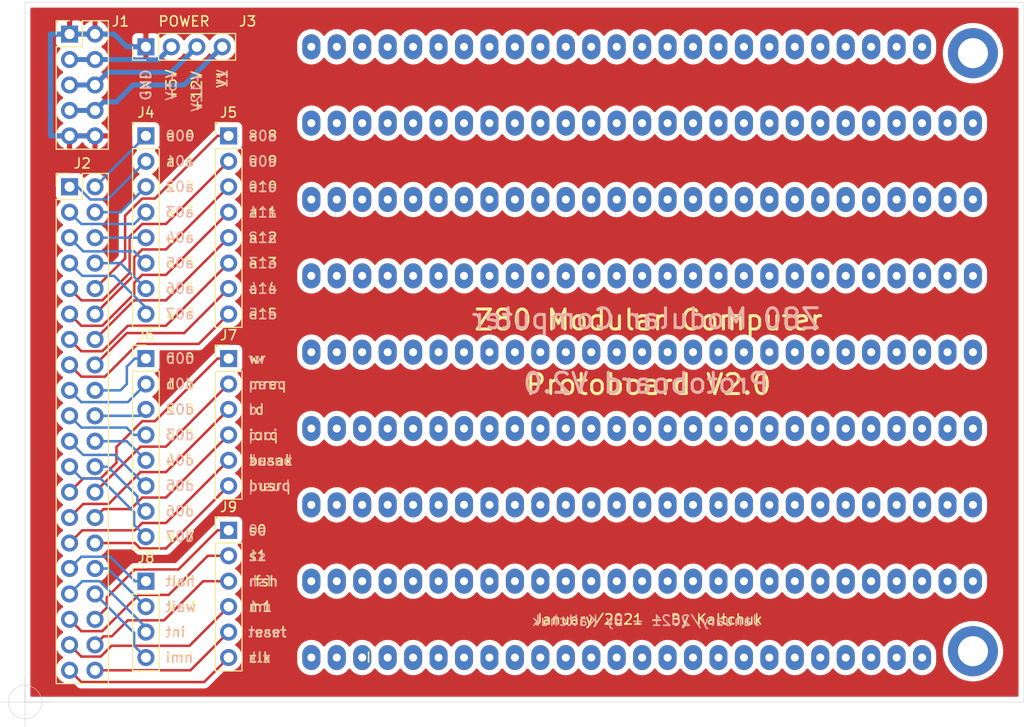
<source format=kicad_pcb>
(kicad_pcb (version 20211014) (generator pcbnew)
  (layers (0 "F.Cu" signal) (31 "B.Cu" signal) (34 "B.Paste" user) (35 "F.Paste" user) (36 "B.SilkS" user "B.Silkscreen") (37 "F.SilkS" user "F.Silkscreen") (38 "B.Mask" user) (39 "F.Mask" user) (44 "Edge.Cuts" user))
  (net 0 "")
  (net 1 "/gnd")
  (net 2 "/+5V")
  (net 3 "/+12V")
  (net 4 "/v1")
  (net 5 "/halt")
  (net 6 "/wait")
  (net 7 "/int")
  (net 8 "/nmi")
  (net 9 "/a01")
  (net 10 "/a00")
  (net 11 "/a03")
  (net 12 "/a02")
  (net 13 "/a05")
  (net 14 "/a04")
  (net 15 "/a07")
  (net 16 "/a06")
  (net 17 "/a09")
  (net 18 "/a08")
  (net 19 "/a11")
  (net 20 "/a10")
  (net 21 "/a13")
  (net 22 "/a12")
  (net 23 "/a15")
  (net 24 "/a14")
  (net 25 "/d01")
  (net 26 "/d00")
  (net 27 "/d03")
  (net 28 "/d02")
  (net 29 "/d05")
  (net 30 "/d04")
  (net 31 "/d07")
  (net 32 "/d06")
  (net 33 "/wr")
  (net 34 "/mreq")
  (net 35 "/rd")
  (net 36 "/iorq")
  (net 37 "/busack")
  (net 38 "/busrq")
  (net 39 "/s1")
  (net 40 "/s0")
  (net 41 "/clk")
  (net 42 "/reset")
  (net 43 "/m1")
  (net 44 "/rfsh")
  (footprint "Connector_PinHeader_2.54mm:PinHeader_2x05_P2.54mm_Vertical" (layer "F.Cu") (at 74.295 74.93)
    (fp_text reference "J1")
    (fp_text value "Conn_02x05")
  )
  (footprint "Connector_PinHeader_2.54mm:PinHeader_2x20_P2.54mm_Vertical" (layer "F.Cu") (at 74.295 90.17)
    (fp_text reference "J2")
    (fp_text value "Conn_02x20")
  )
  (footprint "Connector_PinHeader_2.54mm:PinHeader_1x04_P2.54mm_Vertical" (layer "F.Cu") (at 81.915 76.2 90)
    (fp_text reference "J3")
    (fp_text value "Conn_01x04")
  )
  (footprint "Connector_PinHeader_2.54mm:PinHeader_1x08_P2.54mm_Vertical" (layer "F.Cu") (at 81.915 85.09)
    (fp_text reference "J4")
    (fp_text value "Conn_01x08")
  )
  (footprint "Connector_PinHeader_2.54mm:PinHeader_1x08_P2.54mm_Vertical" (layer "F.Cu") (at 90.17 85.09)
    (fp_text reference "J5")
    (fp_text value "Conn_01x08")
  )
  (footprint "Connector_PinHeader_2.54mm:PinHeader_1x08_P2.54mm_Vertical" (layer "F.Cu") (at 81.915 107.315)
    (fp_text reference "J6")
    (fp_text value "Conn_01x08")
  )
  (footprint "Connector_PinHeader_2.54mm:PinHeader_1x06_P2.54mm_Vertical" (layer "F.Cu") (at 90.17 107.315)
    (fp_text reference "J7")
    (fp_text value "Conn_01x06")
  )
  (footprint "Connector_PinHeader_2.54mm:PinHeader_1x04_P2.54mm_Vertical" (layer "F.Cu") (at 81.915 129.54)
    (fp_text reference "J8")
    (fp_text value "Conn_01x04")
  )
  (footprint "Connector_PinHeader_2.54mm:PinHeader_1x06_P2.54mm_Vertical" (layer "F.Cu") (at 90.17 124.46)
    (fp_text reference "J9")
    (fp_text value "Conn_01x06")
  )
  (footprint "Connector_PinHeader_2.54mm:Pad" (layer "F.Cu") (at 113.665 129.54)
    (fp_text reference "REF**" hide)
    (fp_text value "Pad" hide)
  )
  (footprint "Connector_PinHeader_2.54mm:Pad" (layer "F.Cu") (at 164.465 129.54)
    (fp_text reference "REF**" hide)
    (fp_text value "Pad" hide)
  )
  (footprint "Connector_PinHeader_2.54mm:Pad" (layer "F.Cu") (at 113.665 121.92)
    (fp_text reference "REF**" hide)
    (fp_text value "Pad" hide)
  )
  (footprint "Connector_PinHeader_2.54mm:Pad" (layer "F.Cu") (at 111.125 121.92)
    (fp_text reference "REF**" hide)
    (fp_text value "Pad" hide)
  )
  (footprint "Connector_PinHeader_2.54mm:Pad" (layer "F.Cu") (at 164.465 121.92)
    (fp_text reference "REF**" hide)
    (fp_text value "Pad" hide)
  )
  (footprint "Connector_PinHeader_2.54mm:Pad" (layer "F.Cu") (at 161.925 121.92)
    (fp_text reference "REF**" hide)
    (fp_text value "Pad" hide)
  )
  (footprint "Connector_PinHeader_2.54mm:Pad" (layer "F.Cu") (at 159.385 121.92)
    (fp_text reference "REF**" hide)
    (fp_text value "Pad" hide)
  )
  (footprint "Connector_PinHeader_2.54mm:Pad" (layer "F.Cu") (at 156.845 121.92)
    (fp_text reference "REF**" hide)
    (fp_text value "Pad" hide)
  )
  (footprint "Connector_PinHeader_2.54mm:Pad" (layer "F.Cu") (at 154.305 121.92)
    (fp_text reference "REF**" hide)
    (fp_text value "Pad" hide)
  )
  (footprint "Connector_PinHeader_2.54mm:Pad" (layer "F.Cu") (at 151.765 121.92)
    (fp_text reference "REF**" hide)
    (fp_text value "Pad" hide)
  )
  (footprint "Connector_PinHeader_2.54mm:Pad" (layer "F.Cu") (at 149.225 121.92)
    (fp_text reference "REF**" hide)
    (fp_text value "Pad" hide)
  )
  (footprint "Connector_PinHeader_2.54mm:Pad" (layer "F.Cu") (at 146.685 121.92)
    (fp_text reference "REF**" hide)
    (fp_text value "Pad" hide)
  )
  (footprint "Connector_PinHeader_2.54mm:Pad" (layer "F.Cu") (at 144.145 121.92)
    (fp_text reference "REF**" hide)
    (fp_text value "Pad" hide)
  )
  (footprint "Connector_PinHeader_2.54mm:Pad" (layer "F.Cu") (at 141.605 121.92)
    (fp_text reference "REF**" hide)
    (fp_text value "Pad" hide)
  )
  (footprint "Connector_PinHeader_2.54mm:Pad" (layer "F.Cu") (at 139.065 121.92)
    (fp_text reference "REF**" hide)
    (fp_text value "Pad" hide)
  )
  (footprint "Connector_PinHeader_2.54mm:Pad" (layer "F.Cu") (at 136.525 121.92)
    (fp_text reference "REF**" hide)
    (fp_text value "Pad" hide)
  )
  (footprint "Connector_PinHeader_2.54mm:Pad" (layer "F.Cu") (at 133.985 121.92)
    (fp_text reference "REF**" hide)
    (fp_text value "Pad" hide)
  )
  (footprint "Connector_PinHeader_2.54mm:Pad" (layer "F.Cu") (at 131.445 121.92)
    (fp_text reference "REF**" hide)
    (fp_text value "Pad" hide)
  )
  (footprint "Connector_PinHeader_2.54mm:Pad" (layer "F.Cu") (at 128.905 121.92)
    (fp_text reference "REF**" hide)
    (fp_text value "Pad" hide)
  )
  (footprint "Connector_PinHeader_2.54mm:Pad" (layer "F.Cu") (at 126.365 121.92)
    (fp_text reference "REF**" hide)
    (fp_text value "Pad" hide)
  )
  (footprint "Connector_PinHeader_2.54mm:Pad" (layer "F.Cu") (at 123.825 121.92)
    (fp_text reference "REF**" hide)
    (fp_text value "Pad" hide)
  )
  (footprint "Connector_PinHeader_2.54mm:Pad" (layer "F.Cu") (at 121.285 121.92)
    (fp_text reference "REF**" hide)
    (fp_text value "Pad" hide)
  )
  (footprint "Connector_PinHeader_2.54mm:Pad" (layer "F.Cu") (at 118.745 121.92)
    (fp_text reference "REF**" hide)
    (fp_text value "Pad" hide)
  )
  (footprint "Connector_PinHeader_2.54mm:Pad" (layer "F.Cu") (at 116.205 121.92)
    (fp_text reference "REF**" hide)
    (fp_text value "Pad" hide)
  )
  (footprint "Connector_PinHeader_2.54mm:Pad" (layer "F.Cu") (at 108.585 121.92)
    (fp_text reference "REF**" hide)
    (fp_text value "Pad" hide)
  )
  (footprint "Connector_PinHeader_2.54mm:Pad" (layer "F.Cu") (at 106.045 121.92)
    (fp_text reference "REF**" hide)
    (fp_text value "Pad" hide)
  )
  (footprint "Connector_PinHeader_2.54mm:Pad" (layer "F.Cu") (at 133.985 114.3)
    (fp_text reference "REF**" hide)
    (fp_text value "Pad" hide)
  )
  (footprint "Connector_PinHeader_2.54mm:Pad" (layer "F.Cu") (at 118.745 114.3)
    (fp_text reference "REF**" hide)
    (fp_text value "Pad" hide)
  )
  (footprint "Connector_PinHeader_2.54mm:Pad" (layer "F.Cu") (at 116.205 114.3)
    (fp_text reference "REF**" hide)
    (fp_text value "Pad" hide)
  )
  (footprint "Connector_PinHeader_2.54mm:Pad" (layer "F.Cu") (at 113.665 106.68)
    (fp_text reference "REF**" hide)
    (fp_text value "Pad" hide)
  )
  (footprint "Connector_PinHeader_2.54mm:Pad" (layer "F.Cu") (at 106.045 114.3)
    (fp_text reference "REF**" hide)
    (fp_text value "Pad" hide)
  )
  (footprint "Connector_PinHeader_2.54mm:Pad" (layer "F.Cu") (at 108.585 114.3)
    (fp_text reference "REF**" hide)
    (fp_text value "Pad" hide)
  )
  (footprint "Connector_PinHeader_2.54mm:Pad" (layer "F.Cu") (at 121.285 114.3)
    (fp_text reference "REF**" hide)
    (fp_text value "Pad" hide)
  )
  (footprint "Connector_PinHeader_2.54mm:Pad" (layer "F.Cu") (at 123.825 114.3)
    (fp_text reference "REF**" hide)
    (fp_text value "Pad" hide)
  )
  (footprint "Connector_PinHeader_2.54mm:Pad" (layer "F.Cu") (at 126.365 114.3)
    (fp_text reference "REF**" hide)
    (fp_text value "Pad" hide)
  )
  (footprint "Connector_PinHeader_2.54mm:Pad" (layer "F.Cu") (at 128.905 114.3)
    (fp_text reference "REF**" hide)
    (fp_text value "Pad" hide)
  )
  (footprint "Connector_PinHeader_2.54mm:Pad" (layer "F.Cu") (at 131.445 114.3)
    (fp_text reference "REF**" hide)
    (fp_text value "Pad" hide)
  )
  (footprint "Connector_PinHeader_2.54mm:Pad" (layer "F.Cu") (at 139.065 114.3)
    (fp_text reference "REF**" hide)
    (fp_text value "Pad" hide)
  )
  (footprint "Connector_PinHeader_2.54mm:Pad" (layer "F.Cu") (at 136.525 114.3)
    (fp_text reference "REF**" hide)
    (fp_text value "Pad" hide)
  )
  (footprint "Connector_PinHeader_2.54mm:Pad" (layer "F.Cu") (at 144.145 114.3)
    (fp_text reference "REF**" hide)
    (fp_text value "Pad" hide)
  )
  (footprint "Connector_PinHeader_2.54mm:Pad" (layer "F.Cu") (at 141.605 114.3)
    (fp_text reference "REF**" hide)
    (fp_text value "Pad" hide)
  )
  (footprint "Connector_PinHeader_2.54mm:Pad" (layer "F.Cu") (at 146.685 114.3)
    (fp_text reference "REF**" hide)
    (fp_text value "Pad" hide)
  )
  (footprint "Connector_PinHeader_2.54mm:Pad" (layer "F.Cu") (at 111.125 106.68)
    (fp_text reference "REF**" hide)
    (fp_text value "Pad" hide)
  )
  (footprint "Connector_PinHeader_2.54mm:Pad" (layer "F.Cu") (at 149.225 114.3)
    (fp_text reference "REF**" hide)
    (fp_text value "Pad" hide)
  )
  (footprint "Connector_PinHeader_2.54mm:Pad" (layer "F.Cu") (at 151.765 114.3)
    (fp_text reference "REF**" hide)
    (fp_text value "Pad" hide)
  )
  (footprint "Connector_PinHeader_2.54mm:Pad" (layer "F.Cu") (at 154.305 114.3)
    (fp_text reference "REF**" hide)
    (fp_text value "Pad" hide)
  )
  (footprint "Connector_PinHeader_2.54mm:Pad" (layer "F.Cu") (at 156.845 114.3)
    (fp_text reference "REF**" hide)
    (fp_text value "Pad" hide)
  )
  (footprint "Connector_PinHeader_2.54mm:Pad" (layer "F.Cu") (at 159.385 114.3)
    (fp_text reference "REF**" hide)
    (fp_text value "Pad" hide)
  )
  (footprint "Connector_PinHeader_2.54mm:Pad" (layer "F.Cu") (at 161.925 114.3)
    (fp_text reference "REF**" hide)
    (fp_text value "Pad" hide)
  )
  (footprint "Connector_PinHeader_2.54mm:Pad" (layer "F.Cu") (at 164.465 114.3)
    (fp_text reference "REF**" hide)
    (fp_text value "Pad" hide)
  )
  (footprint "Connector_PinHeader_2.54mm:Pad" (layer "F.Cu") (at 111.125 114.3)
    (fp_text reference "REF**" hide)
    (fp_text value "Pad" hide)
  )
  (footprint "Connector_PinHeader_2.54mm:Pad" (layer "F.Cu") (at 113.665 114.3)
    (fp_text reference "REF**" hide)
    (fp_text value "Pad" hide)
  )
  (footprint "Connector_PinHeader_2.54mm:Pad" (layer "F.Cu") (at 164.465 106.68)
    (fp_text reference "REF**" hide)
    (fp_text value "Pad" hide)
  )
  (footprint "Connector_PinHeader_2.54mm:Pad" (layer "F.Cu") (at 161.925 106.68)
    (fp_text reference "REF**" hide)
    (fp_text value "Pad" hide)
  )
  (footprint "Connector_PinHeader_2.54mm:Pad" (layer "F.Cu") (at 159.385 106.68)
    (fp_text reference "REF**" hide)
    (fp_text value "Pad" hide)
  )
  (footprint "Connector_PinHeader_2.54mm:Pad" (layer "F.Cu") (at 156.845 106.68)
    (fp_text reference "REF**" hide)
    (fp_text value "Pad" hide)
  )
  (footprint "Connector_PinHeader_2.54mm:Pad" (layer "F.Cu") (at 154.305 106.68)
    (fp_text reference "REF**" hide)
    (fp_text value "Pad" hide)
  )
  (footprint "Connector_PinHeader_2.54mm:Pad" (layer "F.Cu") (at 151.765 106.68)
    (fp_text reference "REF**" hide)
    (fp_text value "Pad" hide)
  )
  (footprint "Connector_PinHeader_2.54mm:Pad" (layer "F.Cu") (at 149.225 106.68)
    (fp_text reference "REF**" hide)
    (fp_text value "Pad" hide)
  )
  (footprint "Connector_PinHeader_2.54mm:Pad" (layer "F.Cu") (at 146.685 106.68)
    (fp_text reference "REF**" hide)
    (fp_text value "Pad" hide)
  )
  (footprint "Connector_PinHeader_2.54mm:Pad" (layer "F.Cu") (at 144.145 106.68)
    (fp_text reference "REF**" hide)
    (fp_text value "Pad" hide)
  )
  (footprint "Connector_PinHeader_2.54mm:Pad" (layer "F.Cu") (at 141.605 106.68)
    (fp_text reference "REF**" hide)
    (fp_text value "Pad" hide)
  )
  (footprint "Connector_PinHeader_2.54mm:Pad" (layer "F.Cu") (at 139.065 106.68)
    (fp_text reference "REF**" hide)
    (fp_text value "Pad" hide)
  )
  (footprint "Connector_PinHeader_2.54mm:Pad" (layer "F.Cu") (at 136.525 106.68)
    (fp_text reference "REF**" hide)
    (fp_text value "Pad" hide)
  )
  (footprint "Connector_PinHeader_2.54mm:Pad" (layer "F.Cu") (at 133.985 106.68)
    (fp_text reference "REF**" hide)
    (fp_text value "Pad" hide)
  )
  (footprint "Connector_PinHeader_2.54mm:Pad" (layer "F.Cu") (at 131.445 106.68)
    (fp_text reference "REF**" hide)
    (fp_text value "Pad" hide)
  )
  (footprint "Connector_PinHeader_2.54mm:Pad" (layer "F.Cu") (at 128.905 106.68)
    (fp_text reference "REF**" hide)
    (fp_text value "Pad" hide)
  )
  (footprint "Connector_PinHeader_2.54mm:Pad" (layer "F.Cu") (at 126.365 106.68)
    (fp_text reference "REF**" hide)
    (fp_text value "Pad" hide)
  )
  (footprint "Connector_PinHeader_2.54mm:Pad" (layer "F.Cu") (at 123.825 106.68)
    (fp_text reference "REF**" hide)
    (fp_text value "Pad" hide)
  )
  (footprint "Connector_PinHeader_2.54mm:Pad" (layer "F.Cu") (at 121.285 106.68)
    (fp_text reference "REF**" hide)
    (fp_text value "Pad" hide)
  )
  (footprint "Connector_PinHeader_2.54mm:Pad" (layer "F.Cu") (at 118.745 106.68)
    (fp_text reference "REF**" hide)
    (fp_text value "Pad" hide)
  )
  (footprint "Connector_PinHeader_2.54mm:Pad" (layer "F.Cu") (at 116.205 106.68)
    (fp_text reference "REF**" hide)
    (fp_text value "Pad" hide)
  )
  (footprint "Connector_PinHeader_2.54mm:Pad" (layer "F.Cu") (at 108.585 106.68)
    (fp_text reference "REF**" hide)
    (fp_text value "Pad" hide)
  )
  (footprint "Connector_PinHeader_2.54mm:Pad" (layer "F.Cu") (at 106.045 106.68)
    (fp_text reference "REF**" hide)
    (fp_text value "Pad" hide)
  )
  (footprint "Connector_PinHeader_2.54mm:Pad" (layer "F.Cu") (at 146.685 99.06)
    (fp_text reference "REF**" hide)
    (fp_text value "Pad" hide)
  )
  (footprint "Connector_PinHeader_2.54mm:Pad" (layer "F.Cu") (at 144.145 99.06)
    (fp_text reference "REF**" hide)
    (fp_text value "Pad" hide)
  )
  (footprint "Connector_PinHeader_2.54mm:Pad" (layer "F.Cu") (at 141.605 99.06)
    (fp_text reference "REF**" hide)
    (fp_text value "Pad" hide)
  )
  (footprint "Connector_PinHeader_2.54mm:Pad" (layer "F.Cu") (at 139.065 99.06)
    (fp_text reference "REF**" hide)
    (fp_text value "Pad" hide)
  )
  (footprint "Connector_PinHeader_2.54mm:Pad" (layer "F.Cu") (at 136.525 99.06)
    (fp_text reference "REF**" hide)
    (fp_text value "Pad" hide)
  )
  (footprint "Connector_PinHeader_2.54mm:Pad" (layer "F.Cu") (at 133.985 99.06)
    (fp_text reference "REF**" hide)
    (fp_text value "Pad" hide)
  )
  (footprint "Connector_PinHeader_2.54mm:Pad" (layer "F.Cu") (at 131.445 99.06)
    (fp_text reference "REF**" hide)
    (fp_text value "Pad" hide)
  )
  (footprint "Connector_PinHeader_2.54mm:Pad" (layer "F.Cu") (at 128.905 99.06)
    (fp_text reference "REF**" hide)
    (fp_text value "Pad" hide)
  )
  (footprint "Connector_PinHeader_2.54mm:Pad" (layer "F.Cu") (at 126.365 99.06)
    (fp_text reference "REF**" hide)
    (fp_text value "Pad" hide)
  )
  (footprint "Connector_PinHeader_2.54mm:Pad" (layer "F.Cu") (at 123.825 99.06)
    (fp_text reference "REF**" hide)
    (fp_text value "Pad" hide)
  )
  (footprint "Connector_PinHeader_2.54mm:Pad" (layer "F.Cu") (at 111.125 99.06)
    (fp_text reference "REF**" hide)
    (fp_text value "Pad" hide)
  )
  (footprint "Connector_PinHeader_2.54mm:Pad" (layer "F.Cu") (at 113.665 99.06)
    (fp_text reference "REF**" hide)
    (fp_text value "Pad" hide)
  )
  (footprint "Connector_PinHeader_2.54mm:Pad" (layer "F.Cu") (at 108.585 99.06)
    (fp_text reference "REF**" hide)
    (fp_text value "Pad" hide)
  )
  (footprint "Connector_PinHeader_2.54mm:Pad" (layer "F.Cu") (at 118.745 99.06)
    (fp_text reference "REF**" hide)
    (fp_text value "Pad" hide)
  )
  (footprint "Connector_PinHeader_2.54mm:Pad" (layer "F.Cu") (at 164.465 99.06)
    (fp_text reference "REF**" hide)
    (fp_text value "Pad" hide)
  )
  (footprint "Connector_PinHeader_2.54mm:Pad" (layer "F.Cu") (at 106.045 99.06)
    (fp_text reference "REF**" hide)
    (fp_text value "Pad" hide)
  )
  (footprint "Connector_PinHeader_2.54mm:Pad" (layer "F.Cu") (at 164.465 76.835)
    (fp_text reference "REF**" hide)
    (fp_text value "Pad" hide)
  )
  (footprint "Connector_PinHeader_2.54mm:Pad" (layer "F.Cu") (at 116.205 99.06)
    (fp_text reference "REF**" hide)
    (fp_text value "Pad" hide)
  )
  (footprint "Connector_PinHeader_2.54mm:Pad" (layer "F.Cu") (at 121.285 99.06)
    (fp_text reference "REF**" hide)
    (fp_text value "Pad" hide)
  )
  (footprint "Connector_PinHeader_2.54mm:Pad" (layer "F.Cu") (at 151.765 99.06)
    (fp_text reference "REF**" hide)
    (fp_text value "Pad" hide)
  )
  (footprint "Connector_PinHeader_2.54mm:Pad" (layer "F.Cu") (at 149.225 99.06)
    (fp_text reference "REF**" hide)
    (fp_text value "Pad" hide)
  )
  (footprint "Connector_PinHeader_2.54mm:Pad" (layer "F.Cu") (at 156.845 99.06)
    (fp_text reference "REF**" hide)
    (fp_text value "Pad" hide)
  )
  (footprint "Connector_PinHeader_2.54mm:Pad" (layer "F.Cu") (at 159.385 99.06)
    (fp_text reference "REF**" hide)
    (fp_text value "Pad" hide)
  )
  (footprint "Connector_PinHeader_2.54mm:Pad" (layer "F.Cu") (at 154.305 99.06)
    (fp_text reference "REF**" hide)
    (fp_text value "Pad" hide)
  )
  (footprint "Connector_PinHeader_2.54mm:Pad" (layer "F.Cu") (at 161.925 99.06)
    (fp_text reference "REF**" hide)
    (fp_text value "Pad" hide)
  )
  (footprint "Connector_PinHeader_2.54mm:Pad" (layer "F.Cu") (at 164.465 136.525)
    (fp_text reference "REF**" hide)
    (fp_text value "Pad" hide)
  )
  (footprint "Connector_PinHeader_2.54mm:Pad" (layer "F.Cu") (at 103.505 114.3)
    (fp_text reference "REF**" hide)
    (fp_text value "Pad" hide)
  )
  (footprint "Connector_PinHeader_2.54mm:Pad" (layer "F.Cu") (at 100.965 114.3)
    (fp_text reference "REF**" hide)
    (fp_text value "Pad" hide)
  )
  (footprint "Connector_PinHeader_2.54mm:Pad" (layer "F.Cu") (at 98.425 114.3)
    (fp_text reference "REF**" hide)
    (fp_text value "Pad" hide)
  )
  (footprint "Connector_PinHeader_2.54mm:Pad" (layer "F.Cu") (at 98.425 121.92)
    (fp_text reference "REF**" hide)
    (fp_text value "Pad" hide)
  )
  (footprint "Connector_PinHeader_2.54mm:Pad" (layer "F.Cu") (at 100.965 121.92)
    (fp_text reference "REF**" hide)
    (fp_text value "Pad" hide)
  )
  (footprint "Connector_PinHeader_2.54mm:Pad" (layer "F.Cu") (at 103.505 121.92)
    (fp_text reference "REF**" hide)
    (fp_text value "Pad" hide)
  )
  (footprint "Connector_PinHeader_2.54mm:Pad" (layer "F.Cu") (at 98.425 129.54)
    (fp_text reference "REF**" hide)
    (fp_text value "Pad" hide)
  )
  (footprint "Connector_PinHeader_2.54mm:Pad" (layer "F.Cu") (at 103.505 129.54)
    (fp_text reference "REF**" hide)
    (fp_text value "Pad" hide)
  )
  (footprint "Connector_PinHeader_2.54mm:Pad" (layer "F.Cu") (at 100.965 129.54)
    (fp_text reference "REF**" hide)
    (fp_text value "Pad" hide)
  )
  (footprint "Connector_PinHeader_2.54mm:Pad" (layer "F.Cu") (at 98.425 137.16)
    (fp_text reference "REF**" hide)
    (fp_text value "Pad" hide)
  )
  (footprint "Connector_PinHeader_2.54mm:Pad" (layer "F.Cu") (at 103.505 137.16)
    (fp_text reference "REF**" hide)
    (fp_text value "Pad" hide)
  )
  (footprint "Connector_PinHeader_2.54mm:Pad" (layer "F.Cu") (at 100.965 137.16)
    (fp_text reference "REF**" hide)
    (fp_text value "Pad" hide)
  )
  (footprint "Connector_PinHeader_2.54mm:Pad" (layer "F.Cu") (at 98.425 76.2)
    (fp_text reference "REF**" hide)
    (fp_text value "Pad" hide)
  )
  (footprint "Connector_PinHeader_2.54mm:Pad" (layer "F.Cu") (at 100.965 76.2)
    (fp_text reference "REF**" hide)
    (fp_text value "Pad" hide)
  )
  (footprint "Connector_PinHeader_2.54mm:Pad" (layer "F.Cu") (at 103.505 76.2)
    (fp_text reference "REF**" hide)
    (fp_text value "Pad" hide)
  )
  (footprint "Connector_PinHeader_2.54mm:Pad" (layer "F.Cu") (at 121.285 83.82)
    (fp_text reference "REF**" hide)
    (fp_text value "Pad" hide)
  )
  (footprint "Connector_PinHeader_2.54mm:Pad" (layer "F.Cu") (at 133.985 76.2)
    (fp_text reference "REF**" hide)
    (fp_text value "Pad" hide)
  )
  (footprint "Connector_PinHeader_2.54mm:Pad" (layer "F.Cu") (at 123.825 129.54)
    (fp_text reference "REF**" hide)
    (fp_text value "Pad" hide)
  )
  (footprint "Connector_PinHeader_2.54mm:Pad" (layer "F.Cu") (at 126.365 137.16)
    (fp_text reference "REF**" hide)
    (fp_text value "Pad" hide)
  )
  (footprint "Connector_PinHeader_2.54mm:Pad" (layer "F.Cu") (at 106.045 76.2)
    (fp_text reference "REF**" hide)
    (fp_text value "Pad" hide)
  )
  (footprint "Connector_PinHeader_2.54mm:Pad" (layer "F.Cu") (at 113.665 137.16)
    (fp_text reference "REF**" hide)
    (fp_text value "Pad" hide)
  )
  (footprint "Connector_PinHeader_2.54mm:Pad" (layer "F.Cu") (at 111.125 137.16)
    (fp_text reference "REF**" hide)
    (fp_text value "Pad" hide)
  )
  (footprint "Connector_PinHeader_2.54mm:Pad" (layer "F.Cu") (at 116.205 129.54)
    (fp_text reference "REF**" hide)
    (fp_text value "Pad" hide)
  )
  (footprint "Connector_PinHeader_2.54mm:Pad" (layer "F.Cu") (at 146.685 76.2)
    (fp_text reference "REF**" hide)
    (fp_text value "Pad" hide)
  )
  (footprint "Connector_PinHeader_2.54mm:Pad" (layer "F.Cu") (at 100.965 83.82)
    (fp_text reference "REF**" hide)
    (fp_text value "Pad" hide)
  )
  (footprint "Connector_PinHeader_2.54mm:Pad" (layer "F.Cu") (at 161.925 91.44)
    (fp_text reference "REF**" hide)
    (fp_text value "Pad" hide)
  )
  (footprint "Connector_PinHeader_2.54mm:Pad" (layer "F.Cu") (at 111.125 83.82)
    (fp_text reference "REF**" hide)
    (fp_text value "Pad" hide)
  )
  (footprint "Connector_PinHeader_2.54mm:Pad" (layer "F.Cu") (at 100.965 91.44)
    (fp_text reference "REF**" hide)
    (fp_text value "Pad" hide)
  )
  (footprint "Connector_PinHeader_2.54mm:Pad" (layer "F.Cu") (at 149.225 76.2)
    (fp_text reference "REF**" hide)
    (fp_text value "Pad" hide)
  )
  (footprint "Connector_PinHeader_2.54mm:Pad" (layer "F.Cu") (at 159.385 91.44)
    (fp_text reference "REF**" hide)
    (fp_text value "Pad" hide)
  )
  (footprint "Connector_PinHeader_2.54mm:Pad" (layer "F.Cu") (at 126.365 83.82)
    (fp_text reference "REF**" hide)
    (fp_text value "Pad" hide)
  )
  (footprint "Connector_PinHeader_2.54mm:Pad" (layer "F.Cu") (at 141.605 129.54)
    (fp_text reference "REF**" hide)
    (fp_text value "Pad" hide)
  )
  (footprint "Connector_PinHeader_2.54mm:Pad" (layer "F.Cu") (at 111.125 76.2)
    (fp_text reference "REF**" hide)
    (fp_text value "Pad" hide)
  )
  (footprint "Connector_PinHeader_2.54mm:Pad" (layer "F.Cu") (at 146.685 91.44)
    (fp_text reference "REF**" hide)
    (fp_text value "Pad" hide)
  )
  (footprint "Connector_PinHeader_2.54mm:Pad" (layer "F.Cu") (at 139.065 129.54)
    (fp_text reference "REF**" hide)
    (fp_text value "Pad" hide)
  )
  (footprint "Connector_PinHeader_2.54mm:Pad" (layer "F.Cu") (at 128.905 83.82)
    (fp_text reference "REF**" hide)
    (fp_text value "Pad" hide)
  )
  (footprint "Connector_PinHeader_2.54mm:Pad" (layer "F.Cu") (at 116.205 137.16)
    (fp_text reference "REF**" hide)
    (fp_text value "Pad" hide)
  )
  (footprint "Connector_PinHeader_2.54mm:Pad" (layer "F.Cu") (at 106.045 91.44)
    (fp_text reference "REF**" hide)
    (fp_text value "Pad" hide)
  )
  (footprint "Connector_PinHeader_2.54mm:Pad" (layer "F.Cu") (at 164.465 83.82)
    (fp_text reference "REF**" hide)
    (fp_text value "Pad" hide)
  )
  (footprint "Connector_PinHeader_2.54mm:Pad" (layer "F.Cu") (at 131.445 76.2)
    (fp_text reference "REF**" hide)
    (fp_text value "Pad" hide)
  )
  (footprint "Connector_PinHeader_2.54mm:Pad" (layer "F.Cu") (at 154.305 76.2)
    (fp_text reference "REF**" hide)
    (fp_text value "Pad" hide)
  )
  (footprint "Connector_PinHeader_2.54mm:Pad" (layer "F.Cu") (at 116.205 76.2)
    (fp_text reference "REF**" hide)
    (fp_text value "Pad" hide)
  )
  (footprint "Connector_PinHeader_2.54mm:Pad" (layer "F.Cu") (at 136.525 91.44)
    (fp_text reference "REF**" hide)
    (fp_text value "Pad" hide)
  )
  (footprint "Connector_PinHeader_2.54mm:Pad" (layer "F.Cu") (at 151.765 137.16)
    (fp_text reference "REF**" hide)
    (fp_text value "Pad" hide)
  )
  (footprint "Connector_PinHeader_2.54mm:Pad" (layer "F.Cu") (at 123.825 76.2)
    (fp_text reference "REF**" hide)
    (fp_text value "Pad" hide)
  )
  (footprint "Connector_PinHeader_2.54mm:Pad" (layer "F.Cu") (at 118.745 137.16)
    (fp_text reference "REF**" hide)
    (fp_text value "Pad" hide)
  )
  (footprint "Connector_PinHeader_2.54mm:Pad" (layer "F.Cu") (at 159.385 76.2)
    (fp_text reference "REF**" hide)
    (fp_text value "Pad" hide)
  )
  (footprint "Connector_PinHeader_2.54mm:Pad" (layer "F.Cu") (at 111.125 91.44)
    (fp_text reference "REF**" hide)
    (fp_text value "Pad" hide)
  )
  (footprint "Connector_PinHeader_2.54mm:Pad" (layer "F.Cu") (at 156.845 83.82)
    (fp_text reference "REF**" hide)
    (fp_text value "Pad" hide)
  )
  (footprint "Connector_PinHeader_2.54mm:Pad" (layer "F.Cu") (at 144.145 129.54)
    (fp_text reference "REF**" hide)
    (fp_text value "Pad" hide)
  )
  (footprint "Connector_PinHeader_2.54mm:Pad" (layer "F.Cu") (at 156.845 76.2)
    (fp_text reference "REF**" hide)
    (fp_text value "Pad" hide)
  )
  (footprint "Connector_PinHeader_2.54mm:Pad" (layer "F.Cu") (at 103.505 99.06)
    (fp_text reference "REF**" hide)
    (fp_text value "Pad" hide)
  )
  (footprint "Connector_PinHeader_2.54mm:Pad" (layer "F.Cu") (at 149.225 137.16)
    (fp_text reference "REF**" hide)
    (fp_text value "Pad" hide)
  )
  (footprint "Connector_PinHeader_2.54mm:Pad" (layer "F.Cu") (at 149.225 83.82)
    (fp_text reference "REF**" hide)
    (fp_text value "Pad" hide)
  )
  (footprint "Connector_PinHeader_2.54mm:Pad" (layer "F.Cu") (at 136.525 137.16)
    (fp_text reference "REF**" hide)
    (fp_text value "Pad" hide)
  )
  (footprint "Connector_PinHeader_2.54mm:Pad" (layer "F.Cu") (at 108.585 76.2)
    (fp_text reference "REF**" hide)
    (fp_text value "Pad" hide)
  )
  (footprint "Connector_PinHeader_2.54mm:Pad" (layer "F.Cu") (at 151.765 91.44)
    (fp_text reference "REF**" hide)
    (fp_text value "Pad" hide)
  )
  (footprint "Connector_PinHeader_2.54mm:Pad" (layer "F.Cu") (at 131.445 91.44)
    (fp_text reference "REF**" hide)
    (fp_text value "Pad" hide)
  )
  (footprint "Connector_PinHeader_2.54mm:Pad" (layer "F.Cu") (at 100.965 106.68)
    (fp_text reference "REF**" hide)
    (fp_text value "Pad" hide)
  )
  (footprint "Connector_PinHeader_2.54mm:Pad" (layer "F.Cu") (at 121.285 91.44)
    (fp_text reference "REF**" hide)
    (fp_text value "Pad" hide)
  )
  (footprint "Connector_PinHeader_2.54mm:Pad" (layer "F.Cu") (at 139.065 83.82)
    (fp_text reference "REF**" hide)
    (fp_text value "Pad" hide)
  )
  (footprint "Connector_PinHeader_2.54mm:Pad" (layer "F.Cu") (at 159.385 137.16)
    (fp_text reference "REF**" hide)
    (fp_text value "Pad" hide)
  )
  (footprint "Connector_PinHeader_2.54mm:Pad" (layer "F.Cu") (at 131.445 83.82)
    (fp_text reference "REF**" hide)
    (fp_text value "Pad" hide)
  )
  (footprint "Connector_PinHeader_2.54mm:Pad" (layer "F.Cu") (at 116.205 91.44)
    (fp_text reference "REF**" hide)
    (fp_text value "Pad" hide)
  )
  (footprint "Connector_PinHeader_2.54mm:Pad" (layer "F.Cu") (at 136.525 76.2)
    (fp_text reference "REF**" hide)
    (fp_text value "Pad" hide)
  )
  (footprint "Connector_PinHeader_2.54mm:Pad" (layer "F.Cu") (at 133.985 129.54)
    (fp_text reference "REF**" hide)
    (fp_text value "Pad" hide)
  )
  (footprint "Connector_PinHeader_2.54mm:Pad" (layer "F.Cu") (at 106.045 129.54)
    (fp_text reference "REF**" hide)
    (fp_text value "Pad" hide)
  )
  (footprint "Connector_PinHeader_2.54mm:Pad" (layer "F.Cu") (at 146.685 83.82)
    (fp_text reference "REF**" hide)
    (fp_text value "Pad" hide)
  )
  (footprint "Connector_PinHeader_2.54mm:Pad" (layer "F.Cu") (at 106.045 137.16)
    (fp_text reference "REF**" hide)
    (fp_text value "Pad" hide)
  )
  (footprint "Connector_PinHeader_2.54mm:Pad" (layer "F.Cu") (at 151.765 129.54)
    (fp_text reference "REF**" hide)
    (fp_text value "Pad" hide)
  )
  (footprint "Connector_PinHeader_2.54mm:Pad" (layer "F.Cu") (at 128.905 137.16)
    (fp_text reference "REF**" hide)
    (fp_text value "Pad" hide)
  )
  (footprint "Connector_PinHeader_2.54mm:Pad" (layer "F.Cu") (at 136.525 83.82)
    (fp_text reference "REF**" hide)
    (fp_text value "Pad" hide)
  )
  (footprint "Connector_PinHeader_2.54mm:Pad" (layer "F.Cu") (at 113.665 91.44)
    (fp_text reference "REF**" hide)
    (fp_text value "Pad" hide)
  )
  (footprint "Connector_PinHeader_2.54mm:Pad" (layer "F.Cu") (at 108.585 129.54)
    (fp_text reference "REF**" hide)
    (fp_text value "Pad" hide)
  )
  (footprint "Connector_PinHeader_2.54mm:Pad" (layer "F.Cu") (at 131.445 129.54)
    (fp_text reference "REF**" hide)
    (fp_text value "Pad" hide)
  )
  (footprint "Connector_PinHeader_2.54mm:Pad" (layer "F.Cu") (at 164.465 91.44)
    (fp_text reference "REF**" hide)
    (fp_text value "Pad" hide)
  )
  (footprint "Connector_PinHeader_2.54mm:Pad" (layer "F.Cu") (at 116.205 83.82)
    (fp_text reference "REF**" hide)
    (fp_text value "Pad" hide)
  )
  (footprint "Connector_PinHeader_2.54mm:Pad" (layer "F.Cu") (at 121.285 129.54)
    (fp_text reference "REF**" hide)
    (fp_text value "Pad" hide)
  )
  (footprint "Connector_PinHeader_2.54mm:Pad" (layer "F.Cu") (at 141.605 137.16)
    (fp_text reference "REF**" hide)
    (fp_text value "Pad" hide)
  )
  (footprint "Connector_PinHeader_2.54mm:Pad" (layer "F.Cu") (at 98.425 99.06)
    (fp_text reference "REF**" hide)
    (fp_text value "Pad" hide)
  )
  (footprint "Connector_PinHeader_2.54mm:Pad" (layer "F.Cu") (at 106.045 83.82)
    (fp_text reference "REF**" hide)
    (fp_text value "Pad" hide)
  )
  (footprint "Connector_PinHeader_2.54mm:Pad" (layer "F.Cu") (at 118.745 91.44)
    (fp_text reference "REF**" hide)
    (fp_text value "Pad" hide)
  )
  (footprint "Connector_PinHeader_2.54mm:Pad" (layer "F.Cu") (at 118.745 129.54)
    (fp_text reference "REF**" hide)
    (fp_text value "Pad" hide)
  )
  (footprint "Connector_PinHeader_2.54mm:Pad" (layer "F.Cu") (at 161.925 129.54)
    (fp_text reference "REF**" hide)
    (fp_text value "Pad" hide)
  )
  (footprint "Connector_PinHeader_2.54mm:Pad" (layer "F.Cu") (at 131.445 137.16)
    (fp_text reference "REF**" hide)
    (fp_text value "Pad" hide)
  )
  (footprint "Connector_PinHeader_2.54mm:Pad" (layer "F.Cu") (at 133.985 91.44)
    (fp_text reference "REF**" hide)
    (fp_text value "Pad" hide)
  )
  (footprint "Connector_PinHeader_2.54mm:Pad" (layer "F.Cu") (at 108.585 91.44)
    (fp_text reference "REF**" hide)
    (fp_text value "Pad" hide)
  )
  (footprint "Connector_PinHeader_2.54mm:Pad" (layer "F.Cu") (at 151.765 76.2)
    (fp_text reference "REF**" hide)
    (fp_text value "Pad" hide)
  )
  (footprint "Connector_PinHeader_2.54mm:Pad" (layer "F.Cu") (at 103.505 83.82)
    (fp_text reference "REF**" hide)
    (fp_text value "Pad" hide)
  )
  (footprint "Connector_PinHeader_2.54mm:Pad" (layer "F.Cu") (at 121.285 137.16)
    (fp_text reference "REF**" hide)
    (fp_text value "Pad" hide)
  )
  (footprint "Connector_PinHeader_2.54mm:Pad" (layer "F.Cu") (at 161.925 83.82)
    (fp_text reference "REF**" hide)
    (fp_text value "Pad" hide)
  )
  (footprint "Connector_PinHeader_2.54mm:Pad" (layer "F.Cu") (at 98.425 91.44)
    (fp_text reference "REF**" hide)
    (fp_text value "Pad" hide)
  )
  (footprint "Connector_PinHeader_2.54mm:Pad" (layer "F.Cu") (at 128.905 129.54)
    (fp_text reference "REF**" hide)
    (fp_text value "Pad" hide)
  )
  (footprint "Connector_PinHeader_2.54mm:Pad" (layer "F.Cu") (at 139.065 76.2)
    (fp_text reference "REF**" hide)
    (fp_text value "Pad" hide)
  )
  (footprint "Connector_PinHeader_2.54mm:Pad" (layer "F.Cu") (at 123.825 137.16)
    (fp_text reference "REF**" hide)
    (fp_text value "Pad" hide)
  )
  (footprint "Connector_PinHeader_2.54mm:Pad" (layer "F.Cu") (at 118.745 83.82)
    (fp_text reference "REF**" hide)
    (fp_text value "Pad" hide)
  )
  (footprint "Connector_PinHeader_2.54mm:Pad" (layer "F.Cu") (at 128.905 76.2)
    (fp_text reference "REF**" hide)
    (fp_text value "Pad" hide)
  )
  (footprint "Connector_PinHeader_2.54mm:Pad" (layer "F.Cu") (at 154.305 137.16)
    (fp_text reference "REF**" hide)
    (fp_text value "Pad" hide)
  )
  (footprint "Connector_PinHeader_2.54mm:Pad" (layer "F.Cu") (at 100.965 99.06)
    (fp_text reference "REF**" hide)
    (fp_text value "Pad" hide)
  )
  (footprint "Connector_PinHeader_2.54mm:Pad" (layer "F.Cu") (at 113.665 76.2)
    (fp_text reference "REF**" hide)
    (fp_text value "Pad" hide)
  )
  (footprint "Connector_PinHeader_2.54mm:Pad" (layer "F.Cu") (at 136.525 129.54)
    (fp_text reference "REF**" hide)
    (fp_text value "Pad" hide)
  )
  (footprint "Connector_PinHeader_2.54mm:Pad" (layer "F.Cu") (at 146.685 129.54)
    (fp_text reference "REF**" hide)
    (fp_text value "Pad" hide)
  )
  (footprint "Connector_PinHeader_2.54mm:Pad" (layer "F.Cu") (at 159.385 129.54)
    (fp_text reference "REF**" hide)
    (fp_text value "Pad" hide)
  )
  (footprint "Connector_PinHeader_2.54mm:Pad" (layer "F.Cu") (at 151.765 83.82)
    (fp_text reference "REF**" hide)
    (fp_text value "Pad" hide)
  )
  (footprint "Connector_PinHeader_2.54mm:Pad" (layer "F.Cu") (at 123.825 91.44)
    (fp_text reference "REF**" hide)
    (fp_text value "Pad" hide)
  )
  (footprint "Connector_PinHeader_2.54mm:Pad" (layer "F.Cu") (at 141.605 76.2)
    (fp_text reference "REF**" hide)
    (fp_text value "Pad" hide)
  )
  (footprint "Connector_PinHeader_2.54mm:Pad" (layer "F.Cu") (at 126.365 91.44)
    (fp_text reference "REF**" hide)
    (fp_text value "Pad" hide)
  )
  (footprint "Connector_PinHeader_2.54mm:Pad" (layer "F.Cu") (at 108.585 83.82)
    (fp_text reference "REF**" hide)
    (fp_text value "Pad" hide)
  )
  (footprint "Connector_PinHeader_2.54mm:Pad" (layer "F.Cu") (at 126.365 76.2)
    (fp_text reference "REF**" hide)
    (fp_text value "Pad" hide)
  )
  (footprint "Connector_PinHeader_2.54mm:Pad" (layer "F.Cu") (at 144.145 137.16)
    (fp_text reference "REF**" hide)
    (fp_text value "Pad" hide)
  )
  (footprint "Connector_PinHeader_2.54mm:Pad" (layer "F.Cu") (at 98.425 106.68)
    (fp_text reference "REF**" hide)
    (fp_text value "Pad" hide)
  )
  (footprint "Connector_PinHeader_2.54mm:Pad" (layer "F.Cu") (at 144.145 76.2)
    (fp_text reference "REF**" hide)
    (fp_text value "Pad" hide)
  )
  (footprint "Connector_PinHeader_2.54mm:Pad" (layer "F.Cu") (at 144.145 91.44)
    (fp_text reference "REF**" hide)
    (fp_text value "Pad" hide)
  )
  (footprint "Connector_PinHeader_2.54mm:Pad" (layer "F.Cu") (at 141.605 83.82)
    (fp_text reference "REF**" hide)
    (fp_text value "Pad" hide)
  )
  (footprint "Connector_PinHeader_2.54mm:Pad" (layer "F.Cu") (at 133.985 83.82)
    (fp_text reference "REF**" hide)
    (fp_text value "Pad" hide)
  )
  (footprint "Connector_PinHeader_2.54mm:Pad" (layer "F.Cu") (at 103.505 106.68)
    (fp_text reference "REF**" hide)
    (fp_text value "Pad" hide)
  )
  (footprint "Connector_PinHeader_2.54mm:Pad" (layer "F.Cu") (at 121.285 76.2)
    (fp_text reference "REF**" hide)
    (fp_text value "Pad" hide)
  )
  (footprint "Connector_PinHeader_2.54mm:Pad" (layer "F.Cu") (at 141.605 91.44)
    (fp_text reference "REF**" hide)
    (fp_text value "Pad" hide)
  )
  (footprint "Connector_PinHeader_2.54mm:Pad" (layer "F.Cu") (at 159.385 83.82)
    (fp_text reference "REF**" hide)
    (fp_text value "Pad" hide)
  )
  (footprint "Connector_PinHeader_2.54mm:Pad" (layer "F.Cu") (at 98.425 83.82)
    (fp_text reference "REF**" hide)
    (fp_text value "Pad" hide)
  )
  (footprint "Connector_PinHeader_2.54mm:Pad" (layer "F.Cu") (at 149.225 129.54)
    (fp_text reference "REF**" hide)
    (fp_text value "Pad" hide)
  )
  (footprint "Connector_PinHeader_2.54mm:Pad" (layer "F.Cu") (at 103.505 91.44)
    (fp_text reference "REF**" hide)
    (fp_text value "Pad" hide)
  )
  (footprint "Connector_PinHeader_2.54mm:Pad" (layer "F.Cu") (at 156.845 137.16)
    (fp_text reference "REF**" hide)
    (fp_text value "Pad" hide)
  )
  (footprint "Connector_PinHeader_2.54mm:Pad" (layer "F.Cu") (at 149.225 91.44)
    (fp_text reference "REF**" hide)
    (fp_text value "Pad" hide)
  )
  (footprint "Connector_PinHeader_2.54mm:Pad" (layer "F.Cu") (at 118.745 76.2)
    (fp_text reference "REF**" hide)
    (fp_text value "Pad" hide)
  )
  (footprint "Connector_PinHeader_2.54mm:Pad" (layer "F.Cu") (at 154.305 129.54)
    (fp_text reference "REF**" hide)
    (fp_text value "Pad" hide)
  )
  (footprint "Connector_PinHeader_2.54mm:Pad" (layer "F.Cu") (at 111.125 129.54)
    (fp_text reference "REF**" hide)
    (fp_text value "Pad" hide)
  )
  (footprint "Connector_PinHeader_2.54mm:Pad" (layer "F.Cu") (at 156.845 129.54)
    (fp_text reference "REF**" hide)
    (fp_text value "Pad" hide)
  )
  (footprint "Connector_PinHeader_2.54mm:Pad" (layer "F.Cu") (at 133.985 137.16)
    (fp_text reference "REF**" hide)
    (fp_text value "Pad" hide)
  )
  (footprint "Connector_PinHeader_2.54mm:Pad" (layer "F.Cu") (at 144.145 83.82)
    (fp_text reference "REF**" hide)
    (fp_text value "Pad" hide)
  )
  (footprint "Connector_PinHeader_2.54mm:Pad" (layer "F.Cu") (at 128.905 91.44)
    (fp_text reference "REF**" hide)
    (fp_text value "Pad" hide)
  )
  (footprint "Connector_PinHeader_2.54mm:Pad" (layer "F.Cu") (at 154.305 83.82)
    (fp_text reference "REF**" hide)
    (fp_text value "Pad" hide)
  )
  (footprint "Connector_PinHeader_2.54mm:Pad" (layer "F.Cu") (at 156.845 91.44)
    (fp_text reference "REF**" hide)
    (fp_text value "Pad" hide)
  )
  (footprint "Connector_PinHeader_2.54mm:Pad" (layer "F.Cu") (at 113.665 83.82)
    (fp_text reference "REF**" hide)
    (fp_text value "Pad" hide)
  )
  (footprint "Connector_PinHeader_2.54mm:Pad" (layer "F.Cu") (at 126.365 129.54)
    (fp_text reference "REF**" hide)
    (fp_text value "Pad" hide)
  )
  (footprint "Connector_PinHeader_2.54mm:Pad" (layer "F.Cu") (at 139.065 91.44)
    (fp_text reference "REF**" hide)
    (fp_text value "Pad" hide)
  )
  (footprint "Connector_PinHeader_2.54mm:Pad" (layer "F.Cu") (at 123.825 83.82)
    (fp_text reference "REF**" hide)
    (fp_text value "Pad" hide)
  )
  (footprint "Connector_PinHeader_2.54mm:Pad" (layer "F.Cu") (at 108.585 137.16)
    (fp_text reference "REF**" hide)
    (fp_text value "Pad" hide)
  )
  (footprint "Connector_PinHeader_2.54mm:Pad" (layer "F.Cu") (at 146.685 137.16)
    (fp_text reference "REF**" hide)
    (fp_text value "Pad" hide)
  )
  (footprint "Connector_PinHeader_2.54mm:Pad" (layer "F.Cu") (at 154.305 91.44)
    (fp_text reference "REF**" hide)
    (fp_text value "Pad" hide)
  )
  (footprint "Connector_PinHeader_2.54mm:Pad" (layer "F.Cu") (at 139.065 137.16)
    (fp_text reference "REF**" hide)
    (fp_text value "Pad" hide)
  )
  (gr_line (start 169.545 141.605) (end 69.85 141.605) (layer "Edge.Cuts") (width 0.05))
  (gr_line (start 169.545 71.755) (end 169.545 141.605) (layer "Edge.Cuts") (width 0.05))
  (gr_line (start 69.85 141.605) (end 69.85 71.755) (layer "Edge.Cuts") (width 0.05))
  (gr_line (start 69.85 71.755) (end 169.545 71.755) (layer "Edge.Cuts") (width 0.05))
  (gr_text "wait" (at 87.0204 132.08) (layer "B.SilkS") (effects (font (size 1.016 1.016) (thickness 0.1524)) (justify left mirror)))
  (gr_text "int" (at 85.956019 134.62) (layer "B.SilkS") (effects (font (size 1.016 1.016) (thickness 0.1524)) (justify left mirror)))
  (gr_text "halt" (at 86.923638 129.54) (layer "B.SilkS") (effects (font (size 1.016 1.016) (thickness 0.1524)) (justify left mirror)))
  (gr_text "nmi" (at 86.730114 137.16) (layer "B.SilkS") (effects (font (size 1.016 1.016) (thickness 0.1524)) (justify left mirror)))
  (gr_text "d06" (at 86.826876 122.555) (layer "B.SilkS") (effects (font (size 1.016 1.016) (thickness 0.1524)) (justify left mirror)))
  (gr_text "d07" (at 86.826876 125.095) (layer "B.SilkS") (effects (font (size 1.016 1.016) (thickness 0.1524)) (justify left mirror)))
  (gr_text "d03" (at 86.826876 114.935) (layer "B.SilkS") (effects (font (size 1.016 1.016) (thickness 0.1524)) (justify left mirror)))
  (gr_text "d00" (at 86.826876 107.315) (layer "B.SilkS") (effects (font (size 1.016 1.016) (thickness 0.1524)) (justify left mirror)))
  (gr_text "d01" (at 86.826876 109.855) (layer "B.SilkS") (effects (font (size 1.016 1.016) (thickness 0.1524)) (justify left mirror)))
  (gr_text "d02" (at 86.826876 112.395) (layer "B.SilkS") (effects (font (size 1.016 1.016) (thickness 0.1524)) (justify left mirror)))
  (gr_text "d04" (at 86.826876 117.475) (layer "B.SilkS") (effects (font (size 1.016 1.016) (thickness 0.1524)) (justify left mirror)))
  (gr_text "d05" (at 86.826876 120.015) (layer "B.SilkS") (effects (font (size 1.016 1.016) (thickness 0.1524)) (justify left mirror)))
  (gr_text "a02" (at 86.826876 90.17) (layer "B.SilkS") (effects (font (size 1.016 1.016) (thickness 0.1524)) (justify left mirror)))
  (gr_text "a05" (at 86.826876 97.79) (layer "B.SilkS") (effects (font (size 1.016 1.016) (thickness 0.1524)) (justify left mirror)))
  (gr_text "a03" (at 86.826876 92.71) (layer "B.SilkS") (effects (font (size 1.016 1.016) (thickness 0.1524)) (justify left mirror)))
  (gr_text "a04" (at 86.826876 95.25) (layer "B.SilkS") (effects (font (size 1.016 1.016) (thickness 0.1524)) (justify left mirror)))
  (gr_text "a00" (at 86.826876 85.09) (layer "B.SilkS") (effects (font (size 1.016 1.016) (thickness 0.1524)) (justify left mirror)))
  (gr_text "a01" (at 86.826876 87.63) (layer "B.SilkS") (effects (font (size 1.016 1.016) (thickness 0.1524)) (justify left mirror)))
  (gr_text "a07" (at 86.826876 102.87) (layer "B.SilkS") (effects (font (size 1.016 1.016) (thickness 0.1524)) (justify left mirror)))
  (gr_text "a06" (at 86.826876 100.33) (layer "B.SilkS") (effects (font (size 1.016 1.016) (thickness 0.1524)) (justify left mirror)))
  (gr_text "a12" (at 95.081876 95.25) (layer "B.SilkS") (effects (font (size 1.016 1.016) (thickness 0.1524)) (justify left mirror)))
  (gr_text "a15" (at 95.081876 102.87) (layer "B.SilkS") (effects (font (size 1.016 1.016) (thickness 0.1524)) (justify left mirror)))
  (gr_text "a13" (at 95.081876 97.79) (layer "B.SilkS") (effects (font (size 1.016 1.016) (thickness 0.1524)) (justify left mirror)))
  (gr_text "a11" (at 95.081876 92.71) (layer "B.SilkS") (effects (font (size 1.016 1.016) (thickness 0.1524)) (justify left mirror)))
  (gr_text "a09" (at 95.081876 87.63) (layer "B.SilkS") (effects (font (size 1.016 1.016) (thickness 0.1524)) (justify left mirror)))
  (gr_text "a14" (at 95.081876 100.33) (layer "B.SilkS") (effects (font (size 1.016 1.016) (thickness 0.1524)) (justify left mirror)))
  (gr_text "a08" (at 95.081876 85.09) (layer "B.SilkS") (effects (font (size 1.016 1.016) (thickness 0.1524)) (justify left mirror)))
  (gr_text "a10" (at 95.081876 90.17) (layer "B.SilkS") (effects (font (size 1.016 1.016) (thickness 0.1524)) (justify left mirror)))
  (gr_text "rd" (at 93.77559 112.395) (layer "B.SilkS") (effects (font (size 1.016 1.016) (thickness 0.1524)) (justify left mirror)))
  (gr_text "wr" (at 93.920733 107.315) (layer "B.SilkS") (effects (font (size 1.016 1.016) (thickness 0.1524)) (justify left mirror)))
  (gr_text "mreq" (at 96.001114 109.855) (layer "B.SilkS") (effects (font (size 1.016 1.016) (thickness 0.1524)) (justify left mirror)))
  (gr_text "busrq" (at 96.436543 120.015) (layer "B.SilkS") (effects (font (size 1.016 1.016) (thickness 0.1524)) (justify left mirror)))
  (gr_text "iorq" (at 95.178638 114.935) (layer "B.SilkS") (effects (font (size 1.016 1.016) (thickness 0.1524)) (justify left mirror)))
  (gr_text "busak" (at 96.630067 117.475) (layer "B.SilkS") (effects (font (size 1.016 1.016) (thickness 0.1524)) (justify left mirror)))
  (gr_text "s1" (at 94.017495 127) (layer "B.SilkS") (effects (font (size 1.016 1.016) (thickness 0.1524)) (justify left mirror)))
  (gr_text "clk" (at 94.452924 137.16) (layer "B.SilkS") (effects (font (size 1.016 1.016) (thickness 0.1524)) (justify left mirror)))
  (gr_text "rfsh" (at 95.178638 129.54) (layer "B.SilkS") (effects (font (size 1.016 1.016) (thickness 0.1524)) (justify left mirror)))
  (gr_text "m1" (at 94.549686 132.08) (layer "B.SilkS") (effects (font (size 1.016 1.016) (thickness 0.1524)) (justify left mirror)))
  (gr_text "reset" (at 96.001114 134.62) (layer "B.SilkS") (effects (font (size 1.016 1.016) (thickness 0.1524)) (justify left mirror)))
  (gr_text "s0" (at 94.017495 124.46) (layer "B.SilkS") (effects (font (size 1.016 1.016) (thickness 0.1524)) (justify left mirror)))
  (gr_text "+12V" (at 86.995 80.645 90) (layer "B.SilkS") (effects (font (size 1.016 1.016) (thickness 0.1524)) (justify mirror)))
  (gr_text "GND" (at 81.915 80.01 90) (layer "B.SilkS") (effects (font (size 1.016 1.016) (thickness 0.1524)) (justify mirror)))
  (gr_text "+5V" (at 84.455 80.01 90) (layer "B.SilkS") (effects (font (size 1.016 1.016) (thickness 0.1524)) (justify mirror)))
  (gr_text "V1" (at 89.535 79.375 90) (layer "B.SilkS") (effects (font (size 1.016 1.016) (thickness 0.1524)) (justify mirror)))
  (gr_text "Z80 Modular Computer\n\nProtoboard V2.0" (at 131.826 106.553) (layer "B.SilkS") (effects (font (size 2 2) (thickness 0.3)) (justify mirror)))
  (gr_text "January/2021 - By Kaltchuk" (at 131.826 133.477) (layer "B.SilkS") (effects (font (size 1.016 1.016) (thickness 0.1524)) (justify mirror)))
  (gr_text "busak" (at 92.075 117.475) (layer "F.SilkS") (effects (font (size 1.016 1.016) (thickness 0.1524)) (justify left)))
  (gr_text "a15" (at 92.075 102.87) (layer "F.SilkS") (effects (font (size 1.016 1.016) (thickness 0.1524)) (justify left)))
  (gr_text "a08" (at 92.075 85.09) (layer "F.SilkS") (effects (font (size 1.016 1.016) (thickness 0.1524)) (justify left)))
  (gr_text "d00" (at 83.82 107.315) (layer "F.SilkS") (effects (font (size 1.016 1.016) (thickness 0.1524)) (justify left)))
  (gr_text "clk" (at 92.075 137.16) (layer "F.SilkS") (effects (font (size 1.016 1.016) (thickness 0.1524)) (justify left)))
  (gr_text "s0" (at 92.075 124.46) (layer "F.SilkS") (effects (font (size 1.016 1.016) (thickness 0.1524)) (justify left)))
  (gr_text "d03" (at 83.82 114.935) (layer "F.SilkS") (effects (font (size 1.016 1.016) (thickness 0.1524)) (justify left)))
  (gr_text "a12" (at 92.075 95.25) (layer "F.SilkS") (effects (font (size 1.016 1.016) (thickness 0.1524)) (justify left)))
  (gr_text "Z80 Modular Computer\n\nProtoboard V2.0" (at 132.08 106.68) (layer "F.SilkS") (effects (font (size 2 2) (thickness 0.3))))
  (gr_text "a04" (at 83.82 95.25) (layer "F.SilkS") (effects (font (size 1.016 1.016) (thickness 0.1524)) (justify left)))
  (gr_text "m1" (at 92.075 132.08) (layer "F.SilkS") (effects (font (size 1.016 1.016) (thickness 0.1524)) (justify left)))
  (gr_text "a11" (at 92.075 92.71) (layer "F.SilkS") (effects (font (size 1.016 1.016) (thickness 0.1524)) (justify left)))
  (gr_text "reset" (at 92.075 134.62) (layer "F.SilkS") (effects (font (size 1.016 1.016) (thickness 0.1524)) (justify left)))
  (gr_text "wait" (at 83.82 132.08) (layer "F.SilkS") (effects (font (size 1.016 1.016) (thickness 0.1524)) (justify left)))
  (gr_text "a02" (at 83.82 90.17) (layer "F.SilkS") (effects (font (size 1.016 1.016) (thickness 0.1524)) (justify left)))
  (gr_text "rfsh" (at 92.075 129.54) (layer "F.SilkS") (effects (font (size 1.016 1.016) (thickness 0.1524)) (justify left)))
  (gr_text "a06" (at 83.82 100.33) (layer "F.SilkS") (effects (font (size 1.016 1.016) (thickness 0.1524)) (justify left)))
  (gr_text "POWER" (at 85.725 73.66) (layer "F.SilkS") (effects (font (size 1 1))))
  (gr_text "+12V" (at 86.995 80.645 90) (layer "F.SilkS") (effects (font (size 1.016 1.016) (thickness 0.1524))))
  (gr_text "nmi" (at 83.82 137.16) (layer "F.SilkS") (effects (font (size 1.016 1.016) (thickness 0.1524)) (justify left)))
  (gr_text "a05" (at 83.82 97.79) (layer "F.SilkS") (effects (font (size 1.016 1.016) (thickness 0.1524)) (justify left)))
  (gr_text "mreq" (at 92.075 109.855) (layer "F.SilkS") (effects (font (size 1.016 1.016) (thickness 0.1524)) (justify left)))
  (gr_text "d07" (at 83.82 125.095) (layer "F.SilkS") (effects (font (size 1.016 1.016) (thickness 0.1524)) (justify left)))
  (gr_text "d06" (at 83.82 122.555) (layer "F.SilkS") (effects (font (size 1.016 1.016) (thickness 0.1524)) (justify left)))
  (gr_text "a14" (at 92.075 100.33) (layer "F.SilkS") (effects (font (size 1.016 1.016) (thickness 0.1524)) (justify left)))
  (gr_text "a00" (at 83.82 85.09) (layer "F.SilkS") (effects (font (size 1.016 1.016) (thickness 0.1524)) (justify left)))
  (gr_text "a10" (at 92.075 90.17) (layer "F.SilkS") (effects (font (size 1.016 1.016) (thickness 0.1524)) (justify left)))
  (gr_text "GND" (at 81.915 80.01 90) (layer "F.SilkS") (effects (font (size 1.016 1.016) (thickness 0.1524))))
  (gr_text "a03" (at 83.82 92.71) (layer "F.SilkS") (effects (font (size 1.016 1.016) (thickness 0.1524)) (justify left)))
  (gr_text "s1" (at 92.075 127) (layer "F.SilkS") (effects (font (size 1.016 1.016) (thickness 0.1524)) (justify left)))
  (gr_text "d02" (at 83.82 112.395) (layer "F.SilkS") (effects (font (size 1.016 1.016) (thickness 0.1524)) (justify left)))
  (gr_text "+5V" (at 84.455 80.01 90) (layer "F.SilkS") (effects (font (size 1.016 1.016) (thickness 0.1524))))
  (gr_text "wr" (at 92.075 107.315) (layer "F.SilkS") (effects (font (size 1.016 1.016) (thickness 0.1524)) (justify left)))
  (gr_text "I" (at 104.14 137.16) (layer "F.SilkS") (effects (font (size 1 1))))
  (gr_text "int" (at 83.82 134.62) (layer "F.SilkS") (effects (font (size 1.016 1.016) (thickness 0.1524)) (justify left)))
  (gr_text "a01" (at 83.82 87.63) (layer "F.SilkS") (effects (font (size 1.016 1.016) (thickness 0.1524)) (justify left)))
  (gr_text "d05" (at 83.82 120.015) (layer "F.SilkS") (effects (font (size 1.016 1.016) (thickness 0.1524)) (justify left)))
  (gr_text "a13" (at 92.075 97.79) (layer "F.SilkS") (effects (font (size 1.016 1.016) (thickness 0.1524)) (justify left)))
  (gr_text "halt" (at 83.82 129.54) (layer "F.SilkS") (effects (font (size 1.016 1.016) (thickness 0.1524)) (justify left)))
  (gr_text "busrq" (at 92.075 120.015) (layer "F.SilkS") (effects (font (size 1.016 1.016) (thickness 0.1524)) (justify left)))
  (gr_text "a07" (at 83.82 102.87) (layer "F.SilkS") (effects (font (size 1.016 1.016) (thickness 0.1524)) (justify left)))
  (gr_text "d04" (at 83.82 117.475) (layer "F.SilkS") (effects (font (size 1.016 1.016) (thickness 0.1524)) (justify left)))
  (gr_text "rd" (at 92.075 112.395) (layer "F.SilkS") (effects (font (size 1.016 1.016) (thickness 0.1524)) (justify left)))
  (gr_text "January/2021 - By Kaltchuk" (at 132.08 133.35) (layer "F.SilkS") (effects (font (size 1.016 1.016) (thickness 0.1524))))
  (gr_text "V1" (at 89.535 79.375 90) (layer "F.SilkS") (effects (font (size 1.016 1.016) (thickness 0.1524))))
  (gr_text "a09" (at 92.075 87.63) (layer "F.SilkS") (effects (font (size 1.016 1.016) (thickness 0.1524)) (justify left)))
  (gr_text "iorq" (at 92.075 114.935) (layer "F.SilkS") (effects (font (size 1.016 1.016) (thickness 0.1524)) (justify left)))
  (gr_text "d01" (at 83.82 109.855) (layer "F.SilkS") (effects (font (size 1.016 1.016) (thickness 0.1524)) (justify left)))
  (target plus (at 69.85 141.605) (size 5) (width 0.05) (layer "Edge.Cuts"))
  (segment (start 81.915 76.2) (end 80.01 76.2) (width 0.5) (layer "B.Cu") (net 1))
  (segment (start 80.01 76.2) (end 78.74 74.93) (width 0.5) (layer "B.Cu") (net 1))
  (segment (start 76.835 74.93) (end 74.295 74.93) (width 0.5) (layer "B.Cu") (net 1))
  (segment (start 72.39 74.93) (end 72.39 85.09) (width 0.5) (layer "B.Cu") (net 1))
  (segment (start 74.295 74.93) (end 72.39 74.93) (width 0.5) (layer "B.Cu") (net 1))
  (segment (start 78.74 74.93) (end 76.835 74.93) (width 0.5) (layer "B.Cu") (net 1))
  (segment (start 72.39 85.09) (end 74.295 85.09) (width 0.5) (layer "B.Cu") (net 1))
  (segment (start 74.295 85.09) (end 76.835 85.09) (width 0.5) (layer "B.Cu") (net 1))
  (segment (start 83.154999 77.500001) (end 83.605001 77.049999) (width 0.5) (layer "B.Cu") (net 2))
  (segment (start 80.704999 77.500001) (end 83.154999 77.500001) (width 0.5) (layer "B.Cu") (net 2))
  (segment (start 80.674998 77.47) (end 80.704999 77.500001) (width 0.5) (layer "B.Cu") (net 2))
  (segment (start 74.295 77.47) (end 76.835 77.47) (width 0.5) (layer "B.Cu") (net 2))
  (segment (start 83.605001 77.049999) (end 84.455 76.2) (width 0.5) (layer "B.Cu") (net 2))
  (segment (start 76.835 77.47) (end 80.674998 77.47) (width 0.5) (layer "B.Cu") (net 2))
  (segment (start 84.455 78.74) (end 86.995 76.2) (width 0.5) (layer "B.Cu") (net 3))
  (segment (start 76.835 80.01) (end 78.105 78.74) (width 0.5) (layer "B.Cu") (net 3))
  (segment (start 74.295 80.01) (end 76.835 80.01) (width 0.5) (layer "B.Cu") (net 3))
  (segment (start 78.105 78.74) (end 84.455 78.74) (width 0.5) (layer "B.Cu") (net 3))
  (segment (start 78.954999 81.700001) (end 80.645 80.01) (width 0.5) (layer "B.Cu") (net 4))
  (segment (start 85.725 80.01) (end 89.535 76.2) (width 0.5) (layer "B.Cu") (net 4))
  (segment (start 80.645 80.01) (end 85.725 80.01) (width 0.5) (layer "B.Cu") (net 4))
  (segment (start 77.684999 81.700001) (end 78.954999 81.700001) (width 0.5) (layer "B.Cu") (net 4))
  (segment (start 76.835 82.55) (end 77.684999 81.700001) (width 0.5) (layer "B.Cu") (net 4))
  (segment (start 74.295 82.55) (end 76.835 82.55) (width 0.5) (layer "B.Cu") (net 4))
  (segment (start 75.470001 127.094999) (end 75.144999 127.420001) (width 0.25) (layer "B.Cu") (net 5))
  (segment (start 78.369999 127.094999) (end 75.470001 127.094999) (width 0.25) (layer "B.Cu") (net 5))
  (segment (start 75.144999 127.420001) (end 74.295 128.27) (width 0.25) (layer "B.Cu") (net 5))
  (segment (start 81.915 129.54) (end 80.815 129.54) (width 0.25) (layer "B.Cu") (net 5))
  (segment (start 80.815 129.54) (end 78.369999 127.094999) (width 0.25) (layer "B.Cu") (net 5))
  (segment (start 81.915 132.08) (end 79.82501 129.99001) (width 0.25) (layer "B.Cu") (net 6))
  (segment (start 76.835 128.27) (end 78.105 128.27) (width 0.25) (layer "B.Cu") (net 6))
  (segment (start 78.105 128.27) (end 79.82501 129.99001) (width 0.25) (layer "B.Cu") (net 6))
  (segment (start 75.565 129.54) (end 75.144999 129.960001) (width 0.25) (layer "B.Cu") (net 7))
  (segment (start 77.304002 129.54) (end 75.565 129.54) (width 0.25) (layer "B.Cu") (net 7))
  (segment (start 81.915 134.62) (end 81.915 134.150998) (width 0.25) (layer "B.Cu") (net 7))
  (segment (start 81.915 134.150998) (end 77.304002 129.54) (width 0.25) (layer "B.Cu") (net 7))
  (segment (start 75.144999 129.960001) (end 74.295 130.81) (width 0.25) (layer "B.Cu") (net 7))
  (segment (start 80.739999 134.714999) (end 80.739999 135.984999) (width 0.25) (layer "B.Cu") (net 8))
  (segment (start 80.739999 135.984999) (end 81.065001 136.310001) (width 0.25) (layer "B.Cu") (net 8))
  (segment (start 76.835 130.81) (end 80.739999 134.714999) (width 0.25) (layer "B.Cu") (net 8))
  (segment (start 81.065001 136.310001) (end 81.915 137.16) (width 0.25) (layer "B.Cu") (net 8))
  (segment (start 81.065001 88.479999) (end 81.915 87.63) (width 0.25) (layer "B.Cu") (net 9))
  (segment (start 74.295 90.17) (end 75.095998 90.17) (width 0.25) (layer "B.Cu") (net 9))
  (segment (start 75.095998 90.17) (end 76.365998 91.44) (width 0.25) (layer "B.Cu") (net 9))
  (segment (start 78.105 91.44) (end 81.065001 88.479999) (width 0.25) (layer "B.Cu") (net 9))
  (segment (start 76.365998 91.44) (end 78.105 91.44) (width 0.25) (layer "B.Cu") (net 9))
  (segment (start 76.835 90.17) (end 77.684999 89.320001) (width 0.25) (layer "B.Cu") (net 10))
  (segment (start 77.684999 89.320001) (end 81.915 85.09) (width 0.25) (layer "B.Cu") (net 10))
  (segment (start 75.470001 93.885001) (end 80.739999 93.885001) (width 0.25) (layer "B.Cu") (net 11))
  (segment (start 80.739999 93.885001) (end 81.065001 93.559999) (width 0.25) (layer "B.Cu") (net 11))
  (segment (start 81.065001 93.559999) (end 81.915 92.71) (width 0.25) (layer "B.Cu") (net 11))
  (segment (start 74.295 92.71) (end 75.470001 93.885001) (width 0.25) (layer "B.Cu") (net 11))
  (segment (start 79.375 92.71) (end 81.915 90.17) (width 0.25) (layer "B.Cu") (net 12))
  (segment (start 76.835 92.71) (end 79.375 92.71) (width 0.25) (layer "B.Cu") (net 12))
  (segment (start 80.739999 96.614999) (end 81.065001 96.940001) (width 0.25) (layer "B.Cu") (net 13))
  (segment (start 74.295 95.25) (end 75.659999 96.614999) (width 0.25) (layer "B.Cu") (net 13))
  (segment (start 75.659999 96.614999) (end 80.739999 96.614999) (width 0.25) (layer "B.Cu") (net 13))
  (segment (start 81.065001 96.940001) (end 81.915 97.79) (width 0.25) (layer "B.Cu") (net 13))
  (segment (start 76.835 95.25) (end 81.915 95.25) (width 0.25) (layer "B.Cu") (net 14))
  (segment (start 81.915 102.235) (end 81.915 102.87) (width 0.25) (layer "B.Cu") (net 15))
  (segment (start 75.565 99.06) (end 78.74 99.06) (width 0.25) (layer "B.Cu") (net 15))
  (segment (start 74.295 97.79) (end 75.565 99.06) (width 0.25) (layer "B.Cu") (net 15))
  (segment (start 78.74 99.06) (end 81.915 102.235) (width 0.25) (layer "B.Cu") (net 15))
  (segment (start 76.835 97.79) (end 79.375 97.79) (width 0.25) (layer "B.Cu") (net 16))
  (segment (start 79.375 97.79) (end 81.915 100.33) (width 0.25) (layer "B.Cu") (net 16))
  (segment (start 81.540997 93.885001) (end 83.914999 93.885001) (width 0.25) (layer "F.Cu") (net 17))
  (segment (start 80.289989 98.778601) (end 80.289989 95.136009) (width 0.25) (layer "F.Cu") (net 17))
  (segment (start 75.470001 101.505001) (end 77.563589 101.505001) (width 0.25) (layer "F.Cu") (net 17))
  (segment (start 89.320001 88.479999) (end 90.17 87.63) (width 0.25) (layer "F.Cu") (net 17))
  (segment (start 80.289989 95.136009) (end 81.540997 93.885001) (width 0.25) (layer "F.Cu") (net 17))
  (segment (start 77.563589 101.505001) (end 80.289989 98.778601) (width 0.25) (layer "F.Cu") (net 17))
  (segment (start 83.914999 93.885001) (end 89.320001 88.479999) (width 0.25) (layer "F.Cu") (net 17))
  (segment (start 74.295 100.33) (end 75.470001 101.505001) (width 0.25) (layer "F.Cu") (net 17))
  (segment (start 79.839979 97.325021) (end 79.839979 93.046019) (width 0.25) (layer "F.Cu") (net 18))
  (segment (start 82.814999 91.345001) (end 89.07 85.09) (width 0.25) (layer "F.Cu") (net 18))
  (segment (start 81.540997 91.345001) (end 82.814999 91.345001) (width 0.25) (layer "F.Cu") (net 18))
  (segment (start 89.07 85.09) (end 90.17 85.09) (width 0.25) (layer "F.Cu") (net 18))
  (segment (start 79.839979 93.046019) (end 81.540997 91.345001) (width 0.25) (layer "F.Cu") (net 18))
  (segment (start 76.835 100.33) (end 79.839979 97.325021) (width 0.25) (layer "F.Cu") (net 18))
  (segment (start 89.320001 93.559999) (end 90.17 92.71) (width 0.25) (layer "F.Cu") (net 19))
  (segment (start 74.295 102.87) (end 75.470001 104.045001) (width 0.25) (layer "F.Cu") (net 19))
  (segment (start 80.739999 99.765999) (end 81.540997 98.965001) (width 0.25) (layer "F.Cu") (net 19))
  (segment (start 75.470001 104.045001) (end 77.563589 104.045001) (width 0.25) (layer "F.Cu") (net 19))
  (segment (start 81.540997 98.965001) (end 83.914999 98.965001) (width 0.25) (layer "F.Cu") (net 19))
  (segment (start 83.914999 98.965001) (end 89.320001 93.559999) (width 0.25) (layer "F.Cu") (net 19))
  (segment (start 80.739999 100.868591) (end 80.739999 99.765999) (width 0.25) (layer "F.Cu") (net 19))
  (segment (start 77.563589 104.045001) (end 80.739999 100.868591) (width 0.25) (layer "F.Cu") (net 19))
  (segment (start 80.739999 97.225999) (end 81.540997 96.425001) (width 0.25) (layer "F.Cu") (net 20))
  (segment (start 76.835 102.87) (end 80.739999 98.965001) (width 0.25) (layer "F.Cu") (net 20))
  (segment (start 81.540997 96.425001) (end 83.914999 96.425001) (width 0.25) (layer "F.Cu") (net 20))
  (segment (start 83.914999 96.425001) (end 89.320001 91.019999) (width 0.25) (layer "F.Cu") (net 20))
  (segment (start 80.739999 98.965001) (end 80.739999 97.225999) (width 0.25) (layer "F.Cu") (net 20))
  (segment (start 89.320001 91.019999) (end 90.17 90.17) (width 0.25) (layer "F.Cu") (net 20))
  (segment (start 80.103589 104.045001) (end 83.914999 104.045001) (width 0.25) (layer "F.Cu") (net 21))
  (segment (start 89.320001 98.639999) (end 90.17 97.79) (width 0.25) (layer "F.Cu") (net 21))
  (segment (start 75.470001 106.585001) (end 77.563589 106.585001) (width 0.25) (layer "F.Cu") (net 21))
  (segment (start 74.295 105.41) (end 75.470001 106.585001) (width 0.25) (layer "F.Cu") (net 21))
  (segment (start 83.914999 104.045001) (end 89.320001 98.639999) (width 0.25) (layer "F.Cu") (net 21))
  (segment (start 77.563589 106.585001) (end 80.103589 104.045001) (width 0.25) (layer "F.Cu") (net 21))
  (segment (start 83.914999 101.505001) (end 89.320001 96.099999) (width 0.25) (layer "F.Cu") (net 22))
  (segment (start 76.835 105.41) (end 80.739999 101.505001) (width 0.25) (layer "F.Cu") (net 22))
  (segment (start 80.739999 101.505001) (end 83.914999 101.505001) (width 0.25) (layer "F.Cu") (net 22))
  (segment (start 89.320001 96.099999) (end 90.17 95.25) (width 0.25) (layer "F.Cu") (net 22))
  (segment (start 89.320001 103.719999) (end 90.17 102.87) (width 0.25) (layer "F.Cu") (net 23))
  (segment (start 75.470001 109.125001) (end 77.819997 109.125001) (width 0.25) (layer "F.Cu") (net 23))
  (segment (start 81.089999 105.854999) (end 87.185001 105.854999) (width 0.25) (layer "F.Cu") (net 23))
  (segment (start 77.819997 109.125001) (end 81.089999 105.854999) (width 0.25) (layer "F.Cu") (net 23))
  (segment (start 74.295 107.95) (end 75.470001 109.125001) (width 0.25) (layer "F.Cu") (net 23))
  (segment (start 87.185001 105.854999) (end 89.320001 103.719999) (width 0.25) (layer "F.Cu") (net 23))
  (segment (start 76.835 107.95) (end 80.01 104.775) (width 0.25) (layer "F.Cu") (net 24))
  (segment (start 85.725 104.775) (end 90.17 100.33) (width 0.25) (layer "F.Cu") (net 24))
  (segment (start 80.01 104.775) (end 85.725 104.775) (width 0.25) (layer "F.Cu") (net 24))
  (segment (start 75.470001 111.665001) (end 80.104999 111.665001) (width 0.25) (layer "B.Cu") (net 25))
  (segment (start 80.104999 111.665001) (end 81.065001 110.704999) (width 0.25) (layer "B.Cu") (net 25))
  (segment (start 81.065001 110.704999) (end 81.915 109.855) (width 0.25) (layer "B.Cu") (net 25))
  (segment (start 74.295 110.49) (end 75.470001 111.665001) (width 0.25) (layer "B.Cu") (net 25))
  (segment (start 80.815 107.315) (end 81.915 107.315) (width 0.25) (layer "B.Cu") (net 26))
  (segment (start 80.01 108.12) (end 80.815 107.315) (width 0.25) (layer "B.Cu") (net 26))
  (segment (start 80.01 109.855) (end 80.01 108.12) (width 0.25) (layer "B.Cu") (net 26))
  (segment (start 76.835 110.49) (end 79.375 110.49) (width 0.25) (layer "B.Cu") (net 26))
  (segment (start 79.375 110.49) (end 80.01 109.855) (width 0.25) (layer "B.Cu") (net 26))
  (segment (start 75.470001 114.205001) (end 79.98292 114.205001) (width 0.25) (layer "B.Cu") (net 27))
  (segment (start 80.712919 114.935) (end 81.915 114.935) (width 0.25) (layer "B.Cu") (net 27))
  (segment (start 79.98292 114.205001) (end 80.712919 114.935) (width 0.25) (layer "B.Cu") (net 27))
  (segment (start 74.295 113.03) (end 75.470001 114.205001) (width 0.25) (layer "B.Cu") (net 27))
  (segment (start 76.835 113.03) (end 81.28 113.03) (width 0.25) (layer "B.Cu") (net 28))
  (segment (start 81.28 113.03) (end 81.915 112.395) (width 0.25) (layer "B.Cu") (net 28))
  (segment (start 75.659999 116.934999) (end 78.834999 116.934999) (width 0.25) (layer "B.Cu") (net 29))
  (segment (start 78.834999 116.934999) (end 81.065001 119.165001) (width 0.25) (layer "B.Cu") (net 29))
  (segment (start 74.295 115.57) (end 75.659999 116.934999) (width 0.25) (layer "B.Cu") (net 29))
  (segment (start 81.065001 119.165001) (end 81.915 120.015) (width 0.25) (layer "B.Cu") (net 29))
  (segment (start 80.01 115.57) (end 81.915 117.475) (width 0.25) (layer "B.Cu") (net 30))
  (segment (start 76.835 115.57) (end 80.01 115.57) (width 0.25) (layer "B.Cu") (net 30))
  (segment (start 77.373591 119.285001) (end 80.739999 122.651409) (width 0.25) (layer "B.Cu") (net 31))
  (segment (start 75.470001 119.285001) (end 77.373591 119.285001) (width 0.25) (layer "B.Cu") (net 31))
  (segment (start 81.065001 124.245001) (end 81.915 125.095) (width 0.25) (layer "B.Cu") (net 31))
  (segment (start 80.739999 122.651409) (end 80.739999 123.919999) (width 0.25) (layer "B.Cu") (net 31))
  (segment (start 74.295 118.11) (end 75.470001 119.285001) (width 0.25) (layer "B.Cu") (net 31))
  (segment (start 80.739999 123.919999) (end 81.065001 124.245001) (width 0.25) (layer "B.Cu") (net 31))
  (segment (start 81.065001 121.070001) (end 78.105 118.11) (width 0.25) (layer "B.Cu") (net 32))
  (segment (start 81.915 122.555) (end 81.065001 121.705001) (width 0.25) (layer "B.Cu") (net 32))
  (segment (start 81.065001 121.705001) (end 81.065001 121.070001) (width 0.25) (layer "B.Cu") (net 32))
  (segment (start 76.835 118.11) (end 78.105 118.11) (width 0.25) (layer "B.Cu") (net 32))
  (segment (start 89.07 107.315) (end 90.17 107.315) (width 0.25) (layer "F.Cu") (net 33))
  (segment (start 77.399001 119.285001) (end 78.974501 117.709501) (width 0.25) (layer "F.Cu") (net 33))
  (segment (start 81.540997 113.570001) (end 82.814999 113.570001) (width 0.25) (layer "F.Cu") (net 33))
  (segment (start 82.814999 113.570001) (end 89.07 107.315) (width 0.25) (layer "F.Cu") (net 33))
  (segment (start 81.540997 113.570001) (end 78.974501 116.136497) (width 0.25) (layer "F.Cu") (net 33))
  (segment (start 74.295 120.65) (end 75.659999 119.285001) (width 0.25) (layer "F.Cu") (net 33))
  (segment (start 75.659999 119.285001) (end 77.399001 119.285001) (width 0.25) (layer "F.Cu") (net 33))
  (segment (start 78.974501 116.136497) (end 78.974501 117.709501) (width 0.25) (layer "F.Cu") (net 33))
  (segment (start 89.320001 110.704999) (end 90.17 109.855) (width 0.25) (layer "F.Cu") (net 34))
  (segment (start 76.835 120.65) (end 81.374999 116.110001) (width 0.25) (layer "F.Cu") (net 34))
  (segment (start 83.914999 116.110001) (end 89.320001 110.704999) (width 0.25) (layer "F.Cu") (net 34))
  (segment (start 81.374999 116.110001) (end 83.914999 116.110001) (width 0.25) (layer "F.Cu") (net 34))
  (segment (start 78.199999 121.825001) (end 81.374999 118.650001) (width 0.25) (layer "F.Cu") (net 35))
  (segment (start 81.374999 118.650001) (end 83.914999 118.650001) (width 0.25) (layer "F.Cu") (net 35))
  (segment (start 89.320001 113.244999) (end 90.17 112.395) (width 0.25) (layer "F.Cu") (net 35))
  (segment (start 74.295 123.19) (end 75.659999 121.825001) (width 0.25) (layer "F.Cu") (net 35))
  (segment (start 83.914999 118.650001) (end 89.320001 113.244999) (width 0.25) (layer "F.Cu") (net 35))
  (segment (start 75.659999 121.825001) (end 78.199999 121.825001) (width 0.25) (layer "F.Cu") (net 35))
  (segment (start 76.835 123.19) (end 77.684999 122.340001) (width 0.25) (layer "F.Cu") (net 36))
  (segment (start 77.684999 122.340001) (end 80.390997 122.340001) (width 0.25) (layer "F.Cu") (net 36))
  (segment (start 81.540997 121.190001) (end 83.914999 121.190001) (width 0.25) (layer "F.Cu") (net 36))
  (segment (start 83.914999 121.190001) (end 89.320001 115.784999) (width 0.25) (layer "F.Cu") (net 36))
  (segment (start 89.320001 115.784999) (end 90.17 114.935) (width 0.25) (layer "F.Cu") (net 36))
  (segment (start 80.390997 122.340001) (end 81.540997 121.190001) (width 0.25) (layer "F.Cu") (net 36))
  (segment (start 81.540997 123.730001) (end 83.914999 123.730001) (width 0.25) (layer "F.Cu") (net 37))
  (segment (start 83.914999 123.730001) (end 89.320001 118.324999) (width 0.25) (layer "F.Cu") (net 37))
  (segment (start 80.810998 124.46) (end 81.540997 123.730001) (width 0.25) (layer "F.Cu") (net 37))
  (segment (start 74.295 125.73) (end 75.565 124.46) (width 0.25) (layer "F.Cu") (net 37))
  (segment (start 75.565 124.46) (end 80.810998 124.46) (width 0.25) (layer "F.Cu") (net 37))
  (segment (start 89.320001 118.324999) (end 90.17 117.475) (width 0.25) (layer "F.Cu") (net 37))
  (segment (start 80.810998 125.73) (end 81.350999 126.270001) (width 0.25) (layer "F.Cu") (net 38))
  (segment (start 89.320001 120.864999) (end 90.17 120.015) (width 0.25) (layer "F.Cu") (net 38))
  (segment (start 83.914999 126.270001) (end 89.320001 120.864999) (width 0.25) (layer "F.Cu") (net 38))
  (segment (start 76.835 125.73) (end 80.810998 125.73) (width 0.25) (layer "F.Cu") (net 38))
  (segment (start 81.350999 126.270001) (end 83.914999 126.270001) (width 0.25) (layer "F.Cu") (net 38))
  (segment (start 84.192593 130.904999) (end 81.183591 130.904999) (width 0.25) (layer "F.Cu") (net 39))
  (segment (start 90.17 127) (end 88.097592 127) (width 0.25) (layer "F.Cu") (net 39))
  (segment (start 88.097592 127) (end 84.192593 130.904999) (width 0.25) (layer "F.Cu") (net 39))
  (segment (start 75.470001 134.525001) (end 75.144999 134.199999) (width 0.25) (layer "F.Cu") (net 39))
  (segment (start 81.183591 130.904999) (end 77.563589 134.525001) (width 0.25) (layer "F.Cu") (net 39))
  (segment (start 77.563589 134.525001) (end 75.470001 134.525001) (width 0.25) (layer "F.Cu") (net 39))
  (segment (start 75.144999 134.199999) (end 74.295 133.35) (width 0.25) (layer "F.Cu") (net 39))
  (segment (start 78.010001 131.159997) (end 78.010001 132.174999) (width 0.25) (layer "F.Cu") (net 40))
  (segment (start 77.684999 132.500001) (end 76.835 133.35) (width 0.25) (layer "F.Cu") (net 40))
  (segment (start 90.17 124.46) (end 89.07 124.46) (width 0.25) (layer "F.Cu") (net 40))
  (segment (start 89.07 124.46) (end 85.165001 128.364999) (width 0.25) (layer "F.Cu") (net 40))
  (segment (start 80.804999 128.364999) (end 78.010001 131.159997) (width 0.25) (layer "F.Cu") (net 40))
  (segment (start 85.165001 128.364999) (end 80.804999 128.364999) (width 0.25) (layer "F.Cu") (net 40))
  (segment (start 78.010001 132.174999) (end 77.684999 132.500001) (width 0.25) (layer "F.Cu") (net 40))
  (segment (start 90.17 137.16) (end 87.724999 139.605001) (width 0.25) (layer "F.Cu") (net 41))
  (segment (start 75.144999 139.279999) (end 74.295 138.43) (width 0.25) (layer "F.Cu") (net 41))
  (segment (start 87.724999 139.605001) (end 75.470001 139.605001) (width 0.25) (layer "F.Cu") (net 41))
  (segment (start 75.470001 139.605001) (end 75.144999 139.279999) (width 0.25) (layer "F.Cu") (net 41))
  (segment (start 90.17 134.62) (end 86.36 138.43) (width 0.25) (layer "F.Cu") (net 42))
  (segment (start 86.36 138.43) (end 76.835 138.43) (width 0.25) (layer "F.Cu") (net 42))
  (segment (start 77.399001 137.065001) (end 75.470001 137.065001) (width 0.25) (layer "F.Cu") (net 43))
  (segment (start 75.470001 137.065001) (end 75.144999 136.739999) (width 0.25) (layer "F.Cu") (net 43))
  (segment (start 90.17 132.08) (end 86.265001 135.984999) (width 0.25) (layer "F.Cu") (net 43))
  (segment (start 75.144999 136.739999) (end 74.295 135.89) (width 0.25) (layer "F.Cu") (net 43))
  (segment (start 78.479003 135.984999) (end 77.399001 137.065001) (width 0.25) (layer "F.Cu") (net 43))
  (segment (start 86.265001 135.984999) (end 78.479003 135.984999) (width 0.25) (layer "F.Cu") (net 43))
  (segment (start 80.104999 133.444999) (end 83.725001 133.444999) (width 0.25) (layer "F.Cu") (net 44))
  (segment (start 87.63 129.54) (end 90.17 129.54) (width 0.25) (layer "F.Cu") (net 44))
  (segment (start 78.509997 135.040001) (end 80.104999 133.444999) (width 0.25) (layer "F.Cu") (net 44))
  (segment (start 83.725001 133.444999) (end 87.63 129.54) (width 0.25) (layer "F.Cu") (net 44))
  (segment (start 76.835 135.89) (end 77.684999 135.040001) (width 0.25) (layer "F.Cu") (net 44))
  (segment (start 77.684999 135.040001) (end 78.509997 135.040001) (width 0.25) (layer "F.Cu") (net 44))
  (zone (net 1) (net_name "/gnd") (layer "F.Cu") (connect_pads (clearance 0.508)) (min_thickness 0.254) (fill yes (thermal_gap 0.508) (thermal_bridge_width 0.508))
    (polygon (pts (xy 69.85 71.755) (xy 169.545 71.755) (xy 169.545 141.605) (xy 69.85 141.605)))
  )
)
</source>
